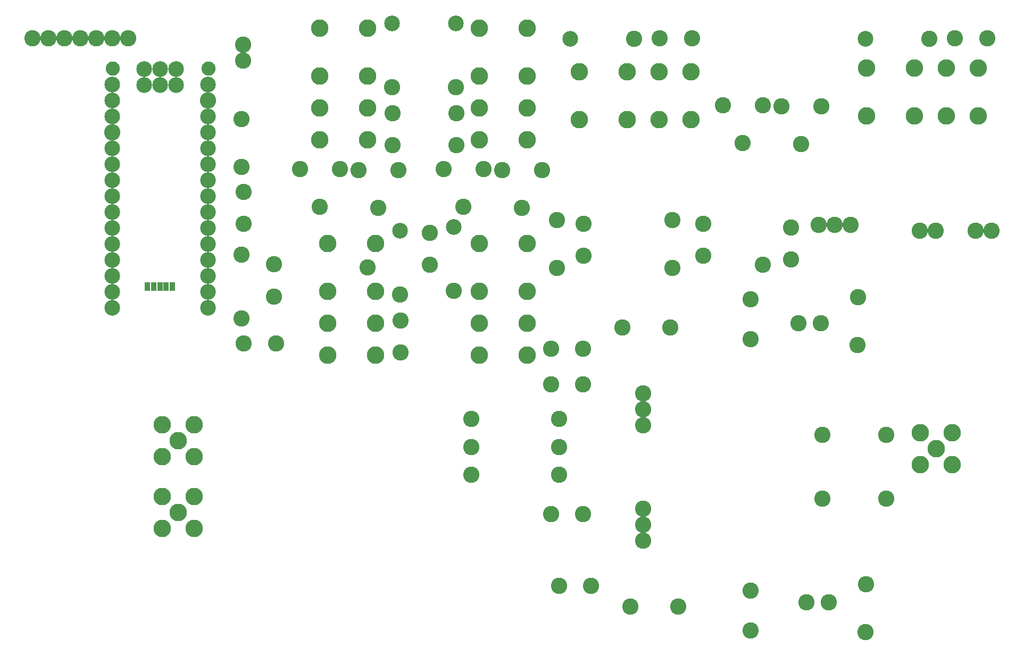
<source format=gbr>
%FSLAX34Y34*%
%MOMM*%
%LNSOLDERMASK_BOTTOM*%
G71*
G01*
%ADD10C,2.800*%
%ADD11C,2.600*%
%ADD12R,0.835X1.470*%
%ADD13C,2.500*%
%ADD14C,2.250*%
%ADD15C,2.800*%
%ADD16C,2.600*%
%ADD17C,2.500*%
%LPD*%
X252070Y344780D02*
G54D10*
D03*
X302870Y344780D02*
G54D10*
D03*
X277470Y319380D02*
G54D10*
D03*
X302870Y293980D02*
G54D10*
D03*
X252070Y293980D02*
G54D10*
D03*
X1347470Y663830D02*
G54D11*
D03*
X1322070Y663830D02*
G54D11*
D03*
X1296670Y663830D02*
G54D11*
D03*
X1252720Y659036D02*
G54D11*
D03*
X1252833Y608055D02*
G54D11*
D03*
X1064503Y671527D02*
G54D11*
D03*
X1064453Y595277D02*
G54D11*
D03*
X1113020Y665386D02*
G54D11*
D03*
X1113133Y614405D02*
G54D11*
D03*
X880353Y671527D02*
G54D11*
D03*
X880303Y595277D02*
G54D11*
D03*
X1017270Y370080D02*
G54D11*
D03*
X1017270Y344680D02*
G54D11*
D03*
X1017270Y395480D02*
G54D11*
D03*
X1017270Y185930D02*
G54D11*
D03*
X1017270Y160530D02*
G54D11*
D03*
X1017270Y211330D02*
G54D11*
D03*
X922053Y409438D02*
G54D11*
D03*
X871072Y409325D02*
G54D11*
D03*
X922053Y203063D02*
G54D11*
D03*
X871072Y202950D02*
G54D11*
D03*
X922053Y466588D02*
G54D11*
D03*
X871073Y466475D02*
G54D11*
D03*
X934753Y88763D02*
G54D11*
D03*
X883773Y88650D02*
G54D11*
D03*
X1060751Y499950D02*
G54D11*
D03*
X984501Y500000D02*
G54D11*
D03*
X1073451Y55450D02*
G54D11*
D03*
X997201Y55500D02*
G54D11*
D03*
X1188720Y544830D02*
G54D11*
D03*
X1188720Y481330D02*
G54D11*
D03*
X1188720Y81280D02*
G54D11*
D03*
X1188720Y17780D02*
G54D11*
D03*
X1300020Y506730D02*
G54D11*
D03*
X1264920Y506730D02*
G54D11*
D03*
X1312720Y62230D02*
G54D11*
D03*
X1277620Y62230D02*
G54D11*
D03*
X1457779Y654552D02*
G54D11*
D03*
X1483279Y654552D02*
G54D11*
D03*
X1359113Y471935D02*
G54D11*
D03*
X1359163Y548185D02*
G54D11*
D03*
X1303020Y328930D02*
G54D11*
D03*
X1303020Y227330D02*
G54D11*
D03*
X1404620Y328930D02*
G54D11*
D03*
X1404620Y227330D02*
G54D11*
D03*
X744220Y354330D02*
G54D11*
D03*
X883920Y354330D02*
G54D11*
D03*
X883920Y265430D02*
G54D11*
D03*
X883920Y309880D02*
G54D11*
D03*
X1546679Y654552D02*
G54D11*
D03*
X1572179Y654552D02*
G54D11*
D03*
X1322070Y663830D02*
G54D11*
D03*
X1252833Y608055D02*
G54D11*
D03*
X1207770Y600330D02*
G54D11*
D03*
X1113133Y614405D02*
G54D11*
D03*
X1404620Y227330D02*
G54D11*
D03*
X1300020Y506730D02*
G54D11*
D03*
X1359113Y471935D02*
G54D11*
D03*
X1312720Y62230D02*
G54D11*
D03*
X744220Y265430D02*
G54D11*
D03*
X883920Y309880D02*
G54D11*
D03*
X1458570Y332080D02*
G54D10*
D03*
X1509370Y332080D02*
G54D10*
D03*
X1483970Y306680D02*
G54D10*
D03*
X1509370Y281280D02*
G54D10*
D03*
X1458570Y281280D02*
G54D10*
D03*
X744220Y309880D02*
G54D11*
D03*
X1252833Y608055D02*
G54D11*
D03*
X1113133Y614405D02*
G54D11*
D03*
X1359113Y471935D02*
G54D11*
D03*
X1371813Y14735D02*
G54D11*
D03*
X1371863Y90985D02*
G54D11*
D03*
X1371813Y14735D02*
G54D11*
D03*
X1017270Y160530D02*
G54D11*
D03*
X1017270Y344680D02*
G54D11*
D03*
X268439Y565505D02*
G54D12*
D03*
X258279Y565505D02*
G54D12*
D03*
X248627Y565505D02*
G54D12*
D03*
X238467Y565505D02*
G54D12*
D03*
X228561Y565505D02*
G54D12*
D03*
X172935Y887069D02*
G54D13*
D03*
X172935Y861669D02*
G54D13*
D03*
X172935Y836269D02*
G54D13*
D03*
X172935Y810869D02*
G54D13*
D03*
X172935Y785469D02*
G54D13*
D03*
X172935Y760069D02*
G54D13*
D03*
X172935Y734669D02*
G54D13*
D03*
X172935Y709269D02*
G54D13*
D03*
X172935Y683869D02*
G54D13*
D03*
X172935Y658469D02*
G54D13*
D03*
X172935Y633069D02*
G54D13*
D03*
X172935Y607669D02*
G54D13*
D03*
X172935Y582269D02*
G54D13*
D03*
X172935Y556869D02*
G54D13*
D03*
X172935Y531469D02*
G54D13*
D03*
X325335Y887069D02*
G54D13*
D03*
X325335Y861669D02*
G54D13*
D03*
X325335Y836269D02*
G54D13*
D03*
X325335Y810869D02*
G54D13*
D03*
X325335Y785469D02*
G54D13*
D03*
X325335Y760069D02*
G54D13*
D03*
X325335Y734669D02*
G54D13*
D03*
X325335Y709269D02*
G54D13*
D03*
X325335Y683869D02*
G54D13*
D03*
X325335Y658469D02*
G54D13*
D03*
X325335Y633069D02*
G54D13*
D03*
X325335Y607669D02*
G54D13*
D03*
X325335Y582269D02*
G54D13*
D03*
X325335Y556869D02*
G54D13*
D03*
X325335Y531469D02*
G54D13*
D03*
X325494Y912310D02*
G54D14*
D03*
X173094Y912310D02*
G54D14*
D03*
X274281Y886053D02*
G54D13*
D03*
X274281Y911453D02*
G54D13*
D03*
X248881Y886053D02*
G54D13*
D03*
X248881Y911453D02*
G54D13*
D03*
X223481Y886053D02*
G54D13*
D03*
X223481Y911453D02*
G54D13*
D03*
X378034Y755499D02*
G54D11*
D03*
X378034Y831699D02*
G54D11*
D03*
X380609Y950624D02*
G54D11*
D03*
X380609Y925124D02*
G54D11*
D03*
X381791Y716234D02*
G54D11*
D03*
X381904Y665253D02*
G54D11*
D03*
X378034Y615799D02*
G54D11*
D03*
X378034Y514199D02*
G54D11*
D03*
X430159Y549614D02*
G54D11*
D03*
X430047Y600594D02*
G54D11*
D03*
X432909Y474882D02*
G54D11*
D03*
X381929Y474770D02*
G54D11*
D03*
X381904Y665253D02*
G54D11*
D03*
X430047Y600594D02*
G54D11*
D03*
X381929Y474770D02*
G54D11*
D03*
X172935Y810869D02*
G54D11*
D03*
X325335Y861669D02*
G54D11*
D03*
X515620Y633729D02*
G54D15*
D03*
X591820Y633730D02*
G54D15*
D03*
X515620Y557530D02*
G54D15*
D03*
X515620Y506730D02*
G54D15*
D03*
X515620Y455930D02*
G54D15*
D03*
X591820Y557530D02*
G54D15*
D03*
X591820Y506730D02*
G54D15*
D03*
X591820Y455930D02*
G54D15*
D03*
X502920Y976630D02*
G54D15*
D03*
X579120Y976630D02*
G54D15*
D03*
X502920Y900430D02*
G54D15*
D03*
X502920Y849629D02*
G54D15*
D03*
X502920Y798830D02*
G54D15*
D03*
X579120Y900430D02*
G54D15*
D03*
X579120Y849630D02*
G54D15*
D03*
X579120Y798830D02*
G54D15*
D03*
X756920Y633730D02*
G54D15*
D03*
X833120Y633730D02*
G54D15*
D03*
X756920Y557530D02*
G54D15*
D03*
X756920Y506730D02*
G54D15*
D03*
X756920Y455930D02*
G54D15*
D03*
X833120Y557530D02*
G54D15*
D03*
X833120Y506730D02*
G54D15*
D03*
X833120Y455930D02*
G54D15*
D03*
X756920Y976630D02*
G54D15*
D03*
X833120Y976630D02*
G54D15*
D03*
X756920Y900430D02*
G54D15*
D03*
X756920Y849630D02*
G54D15*
D03*
X756920Y798830D02*
G54D15*
D03*
X833120Y900430D02*
G54D15*
D03*
X833120Y849630D02*
G54D15*
D03*
X833120Y798830D02*
G54D15*
D03*
X1373255Y837165D02*
G54D15*
D03*
X1373254Y913365D02*
G54D15*
D03*
X1449455Y837165D02*
G54D15*
D03*
X1500255Y837165D02*
G54D15*
D03*
X1551055Y837165D02*
G54D15*
D03*
X1449455Y913366D02*
G54D15*
D03*
X1500255Y913365D02*
G54D15*
D03*
X1551055Y913365D02*
G54D15*
D03*
X916055Y830815D02*
G54D15*
D03*
X916055Y907016D02*
G54D15*
D03*
X992255Y830816D02*
G54D15*
D03*
X1043055Y830816D02*
G54D15*
D03*
X1093855Y830815D02*
G54D15*
D03*
X992255Y907016D02*
G54D15*
D03*
X1043055Y907016D02*
G54D15*
D03*
X1093855Y907016D02*
G54D15*
D03*
X471057Y752617D02*
G54D11*
D03*
X534557Y752617D02*
G54D11*
D03*
X502807Y692292D02*
G54D11*
D03*
X579120Y595630D02*
G54D11*
D03*
X252070Y230480D02*
G54D10*
D03*
X302870Y230480D02*
G54D10*
D03*
X277470Y205080D02*
G54D10*
D03*
X302870Y179680D02*
G54D10*
D03*
X252070Y179680D02*
G54D10*
D03*
X564280Y750826D02*
G54D11*
D03*
X627781Y750826D02*
G54D11*
D03*
X596030Y690501D02*
G54D11*
D03*
X627781Y750826D02*
G54D11*
D03*
X502807Y692292D02*
G54D11*
D03*
X699657Y752617D02*
G54D11*
D03*
X763157Y752617D02*
G54D11*
D03*
X731407Y692292D02*
G54D11*
D03*
X792880Y750826D02*
G54D11*
D03*
X856381Y750826D02*
G54D11*
D03*
X824630Y690501D02*
G54D11*
D03*
X824630Y690501D02*
G54D11*
D03*
X731407Y692292D02*
G54D11*
D03*
X1144158Y854217D02*
G54D11*
D03*
X1207658Y854217D02*
G54D11*
D03*
X1175908Y793892D02*
G54D11*
D03*
X1237380Y852426D02*
G54D11*
D03*
X1300880Y852426D02*
G54D11*
D03*
X1269130Y792101D02*
G54D11*
D03*
X1300881Y852426D02*
G54D11*
D03*
X1175908Y793892D02*
G54D11*
D03*
X172935Y810869D02*
G54D16*
D03*
X617740Y882548D02*
G54D17*
D03*
X617740Y984148D02*
G54D17*
D03*
X618565Y790638D02*
G54D11*
D03*
X618453Y841619D02*
G54D11*
D03*
X617740Y882548D02*
G54D11*
D03*
X617740Y882548D02*
G54D16*
D03*
X618565Y790638D02*
G54D16*
D03*
X719340Y882548D02*
G54D17*
D03*
X719340Y984148D02*
G54D17*
D03*
X720165Y790638D02*
G54D11*
D03*
X720053Y841619D02*
G54D11*
D03*
X719340Y882548D02*
G54D11*
D03*
X719340Y882548D02*
G54D16*
D03*
X720165Y790638D02*
G54D16*
D03*
X630440Y552348D02*
G54D17*
D03*
X630440Y653948D02*
G54D17*
D03*
X631265Y460438D02*
G54D11*
D03*
X631153Y511418D02*
G54D11*
D03*
X630440Y552348D02*
G54D11*
D03*
X630440Y552348D02*
G54D16*
D03*
X631265Y460438D02*
G54D16*
D03*
X716442Y558285D02*
G54D17*
D03*
X716442Y659885D02*
G54D17*
D03*
X677897Y599725D02*
G54D11*
D03*
X677785Y650706D02*
G54D11*
D03*
X677897Y599725D02*
G54D16*
D03*
X716442Y558285D02*
G54D16*
D03*
X1003249Y959846D02*
G54D17*
D03*
X901649Y959846D02*
G54D17*
D03*
X1095159Y960671D02*
G54D11*
D03*
X1044179Y960559D02*
G54D11*
D03*
X1003249Y959846D02*
G54D11*
D03*
X1003249Y959846D02*
G54D16*
D03*
X1095159Y960671D02*
G54D16*
D03*
X1473149Y959846D02*
G54D17*
D03*
X1371549Y959846D02*
G54D17*
D03*
X1565059Y960671D02*
G54D11*
D03*
X1514079Y960559D02*
G54D11*
D03*
X1473149Y959846D02*
G54D11*
D03*
X1473149Y959846D02*
G54D16*
D03*
X1565059Y960671D02*
G54D16*
D03*
X579120Y976630D02*
G54D11*
D03*
X591820Y633730D02*
G54D11*
D03*
X833120Y976630D02*
G54D11*
D03*
X833120Y633730D02*
G54D11*
D03*
X916055Y830815D02*
G54D11*
D03*
X1373255Y837165D02*
G54D11*
D03*
X596030Y690501D02*
G54D11*
D03*
X1269130Y792101D02*
G54D11*
D03*
X922520Y665386D02*
G54D11*
D03*
X922633Y614405D02*
G54D11*
D03*
X45720Y960630D02*
G54D11*
D03*
X71120Y960630D02*
G54D11*
D03*
X71120Y960630D02*
G54D11*
D03*
X96520Y960630D02*
G54D11*
D03*
X147320Y960630D02*
G54D11*
D03*
X147320Y960630D02*
G54D11*
D03*
X172720Y960630D02*
G54D11*
D03*
X172720Y960630D02*
G54D11*
D03*
X198120Y960630D02*
G54D11*
D03*
X121920Y960630D02*
G54D11*
D03*
M02*

</source>
